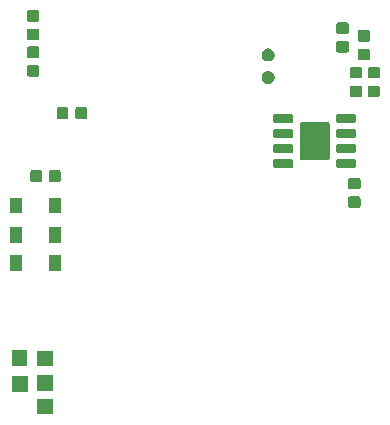
<source format=gbr>
G04 #@! TF.GenerationSoftware,KiCad,Pcbnew,5.1.4-1.fc30*
G04 #@! TF.CreationDate,2020-10-18T16:33:26+02:00*
G04 #@! TF.ProjectId,venom,76656e6f-6d2e-46b6-9963-61645f706362,rev?*
G04 #@! TF.SameCoordinates,Original*
G04 #@! TF.FileFunction,Soldermask,Bot*
G04 #@! TF.FilePolarity,Negative*
%FSLAX46Y46*%
G04 Gerber Fmt 4.6, Leading zero omitted, Abs format (unit mm)*
G04 Created by KiCad (PCBNEW 5.1.4-1.fc30) date 2020-10-18 16:33:26*
%MOMM*%
%LPD*%
G04 APERTURE LIST*
%ADD10C,0.100000*%
G04 APERTURE END LIST*
D10*
G36*
X149651000Y-138251000D02*
G01*
X148349000Y-138251000D01*
X148349000Y-136949000D01*
X149651000Y-136949000D01*
X149651000Y-138251000D01*
X149651000Y-138251000D01*
G37*
G36*
X147551000Y-136351000D02*
G01*
X146249000Y-136351000D01*
X146249000Y-135049000D01*
X147551000Y-135049000D01*
X147551000Y-136351000D01*
X147551000Y-136351000D01*
G37*
G36*
X149651000Y-136251000D02*
G01*
X148349000Y-136251000D01*
X148349000Y-134949000D01*
X149651000Y-134949000D01*
X149651000Y-136251000D01*
X149651000Y-136251000D01*
G37*
G36*
X149651000Y-134201000D02*
G01*
X148349000Y-134201000D01*
X148349000Y-132899000D01*
X149651000Y-132899000D01*
X149651000Y-134201000D01*
X149651000Y-134201000D01*
G37*
G36*
X147501000Y-134151000D02*
G01*
X146199000Y-134151000D01*
X146199000Y-132849000D01*
X147501000Y-132849000D01*
X147501000Y-134151000D01*
X147501000Y-134151000D01*
G37*
G36*
X150341000Y-126101000D02*
G01*
X149339000Y-126101000D01*
X149339000Y-124799000D01*
X150341000Y-124799000D01*
X150341000Y-126101000D01*
X150341000Y-126101000D01*
G37*
G36*
X147041000Y-126101000D02*
G01*
X146039000Y-126101000D01*
X146039000Y-124799000D01*
X147041000Y-124799000D01*
X147041000Y-126101000D01*
X147041000Y-126101000D01*
G37*
G36*
X147041000Y-123721000D02*
G01*
X146039000Y-123721000D01*
X146039000Y-122419000D01*
X147041000Y-122419000D01*
X147041000Y-123721000D01*
X147041000Y-123721000D01*
G37*
G36*
X150341000Y-123721000D02*
G01*
X149339000Y-123721000D01*
X149339000Y-122419000D01*
X150341000Y-122419000D01*
X150341000Y-123721000D01*
X150341000Y-123721000D01*
G37*
G36*
X147051000Y-121211000D02*
G01*
X146049000Y-121211000D01*
X146049000Y-119909000D01*
X147051000Y-119909000D01*
X147051000Y-121211000D01*
X147051000Y-121211000D01*
G37*
G36*
X150351000Y-121211000D02*
G01*
X149349000Y-121211000D01*
X149349000Y-119909000D01*
X150351000Y-119909000D01*
X150351000Y-121211000D01*
X150351000Y-121211000D01*
G37*
G36*
X175579591Y-119803085D02*
G01*
X175613569Y-119813393D01*
X175644890Y-119830134D01*
X175672339Y-119852661D01*
X175694866Y-119880110D01*
X175711607Y-119911431D01*
X175721915Y-119945409D01*
X175726000Y-119986890D01*
X175726000Y-120588110D01*
X175721915Y-120629591D01*
X175711607Y-120663569D01*
X175694866Y-120694890D01*
X175672339Y-120722339D01*
X175644890Y-120744866D01*
X175613569Y-120761607D01*
X175579591Y-120771915D01*
X175538110Y-120776000D01*
X174861890Y-120776000D01*
X174820409Y-120771915D01*
X174786431Y-120761607D01*
X174755110Y-120744866D01*
X174727661Y-120722339D01*
X174705134Y-120694890D01*
X174688393Y-120663569D01*
X174678085Y-120629591D01*
X174674000Y-120588110D01*
X174674000Y-119986890D01*
X174678085Y-119945409D01*
X174688393Y-119911431D01*
X174705134Y-119880110D01*
X174727661Y-119852661D01*
X174755110Y-119830134D01*
X174786431Y-119813393D01*
X174820409Y-119803085D01*
X174861890Y-119799000D01*
X175538110Y-119799000D01*
X175579591Y-119803085D01*
X175579591Y-119803085D01*
G37*
G36*
X175579591Y-118228085D02*
G01*
X175613569Y-118238393D01*
X175644890Y-118255134D01*
X175672339Y-118277661D01*
X175694866Y-118305110D01*
X175711607Y-118336431D01*
X175721915Y-118370409D01*
X175726000Y-118411890D01*
X175726000Y-119013110D01*
X175721915Y-119054591D01*
X175711607Y-119088569D01*
X175694866Y-119119890D01*
X175672339Y-119147339D01*
X175644890Y-119169866D01*
X175613569Y-119186607D01*
X175579591Y-119196915D01*
X175538110Y-119201000D01*
X174861890Y-119201000D01*
X174820409Y-119196915D01*
X174786431Y-119186607D01*
X174755110Y-119169866D01*
X174727661Y-119147339D01*
X174705134Y-119119890D01*
X174688393Y-119088569D01*
X174678085Y-119054591D01*
X174674000Y-119013110D01*
X174674000Y-118411890D01*
X174678085Y-118370409D01*
X174688393Y-118336431D01*
X174705134Y-118305110D01*
X174727661Y-118277661D01*
X174755110Y-118255134D01*
X174786431Y-118238393D01*
X174820409Y-118228085D01*
X174861890Y-118224000D01*
X175538110Y-118224000D01*
X175579591Y-118228085D01*
X175579591Y-118228085D01*
G37*
G36*
X148604591Y-117558085D02*
G01*
X148638569Y-117568393D01*
X148669890Y-117585134D01*
X148697339Y-117607661D01*
X148719866Y-117635110D01*
X148736607Y-117666431D01*
X148746915Y-117700409D01*
X148751000Y-117741890D01*
X148751000Y-118418110D01*
X148746915Y-118459591D01*
X148736607Y-118493569D01*
X148719866Y-118524890D01*
X148697339Y-118552339D01*
X148669890Y-118574866D01*
X148638569Y-118591607D01*
X148604591Y-118601915D01*
X148563110Y-118606000D01*
X147961890Y-118606000D01*
X147920409Y-118601915D01*
X147886431Y-118591607D01*
X147855110Y-118574866D01*
X147827661Y-118552339D01*
X147805134Y-118524890D01*
X147788393Y-118493569D01*
X147778085Y-118459591D01*
X147774000Y-118418110D01*
X147774000Y-117741890D01*
X147778085Y-117700409D01*
X147788393Y-117666431D01*
X147805134Y-117635110D01*
X147827661Y-117607661D01*
X147855110Y-117585134D01*
X147886431Y-117568393D01*
X147920409Y-117558085D01*
X147961890Y-117554000D01*
X148563110Y-117554000D01*
X148604591Y-117558085D01*
X148604591Y-117558085D01*
G37*
G36*
X150179591Y-117558085D02*
G01*
X150213569Y-117568393D01*
X150244890Y-117585134D01*
X150272339Y-117607661D01*
X150294866Y-117635110D01*
X150311607Y-117666431D01*
X150321915Y-117700409D01*
X150326000Y-117741890D01*
X150326000Y-118418110D01*
X150321915Y-118459591D01*
X150311607Y-118493569D01*
X150294866Y-118524890D01*
X150272339Y-118552339D01*
X150244890Y-118574866D01*
X150213569Y-118591607D01*
X150179591Y-118601915D01*
X150138110Y-118606000D01*
X149536890Y-118606000D01*
X149495409Y-118601915D01*
X149461431Y-118591607D01*
X149430110Y-118574866D01*
X149402661Y-118552339D01*
X149380134Y-118524890D01*
X149363393Y-118493569D01*
X149353085Y-118459591D01*
X149349000Y-118418110D01*
X149349000Y-117741890D01*
X149353085Y-117700409D01*
X149363393Y-117666431D01*
X149380134Y-117635110D01*
X149402661Y-117607661D01*
X149430110Y-117585134D01*
X149461431Y-117568393D01*
X149495409Y-117558085D01*
X149536890Y-117554000D01*
X150138110Y-117554000D01*
X150179591Y-117558085D01*
X150179591Y-117558085D01*
G37*
G36*
X169959928Y-116676764D02*
G01*
X169981009Y-116683160D01*
X170000445Y-116693548D01*
X170017476Y-116707524D01*
X170031452Y-116724555D01*
X170041840Y-116743991D01*
X170048236Y-116765072D01*
X170051000Y-116793140D01*
X170051000Y-117256860D01*
X170048236Y-117284928D01*
X170041840Y-117306009D01*
X170031452Y-117325445D01*
X170017476Y-117342476D01*
X170000445Y-117356452D01*
X169981009Y-117366840D01*
X169959928Y-117373236D01*
X169931860Y-117376000D01*
X168468140Y-117376000D01*
X168440072Y-117373236D01*
X168418991Y-117366840D01*
X168399555Y-117356452D01*
X168382524Y-117342476D01*
X168368548Y-117325445D01*
X168358160Y-117306009D01*
X168351764Y-117284928D01*
X168349000Y-117256860D01*
X168349000Y-116793140D01*
X168351764Y-116765072D01*
X168358160Y-116743991D01*
X168368548Y-116724555D01*
X168382524Y-116707524D01*
X168399555Y-116693548D01*
X168418991Y-116683160D01*
X168440072Y-116676764D01*
X168468140Y-116674000D01*
X169931860Y-116674000D01*
X169959928Y-116676764D01*
X169959928Y-116676764D01*
G37*
G36*
X175259928Y-116676764D02*
G01*
X175281009Y-116683160D01*
X175300445Y-116693548D01*
X175317476Y-116707524D01*
X175331452Y-116724555D01*
X175341840Y-116743991D01*
X175348236Y-116765072D01*
X175351000Y-116793140D01*
X175351000Y-117256860D01*
X175348236Y-117284928D01*
X175341840Y-117306009D01*
X175331452Y-117325445D01*
X175317476Y-117342476D01*
X175300445Y-117356452D01*
X175281009Y-117366840D01*
X175259928Y-117373236D01*
X175231860Y-117376000D01*
X173768140Y-117376000D01*
X173740072Y-117373236D01*
X173718991Y-117366840D01*
X173699555Y-117356452D01*
X173682524Y-117342476D01*
X173668548Y-117325445D01*
X173658160Y-117306009D01*
X173651764Y-117284928D01*
X173649000Y-117256860D01*
X173649000Y-116793140D01*
X173651764Y-116765072D01*
X173658160Y-116743991D01*
X173668548Y-116724555D01*
X173682524Y-116707524D01*
X173699555Y-116693548D01*
X173718991Y-116683160D01*
X173740072Y-116676764D01*
X173768140Y-116674000D01*
X175231860Y-116674000D01*
X175259928Y-116676764D01*
X175259928Y-116676764D01*
G37*
G36*
X172975877Y-113522696D02*
G01*
X173006062Y-113531853D01*
X173033883Y-113546723D01*
X173058266Y-113566734D01*
X173078277Y-113591117D01*
X173093147Y-113618938D01*
X173102304Y-113649123D01*
X173106000Y-113686652D01*
X173106000Y-116553348D01*
X173102304Y-116590877D01*
X173093147Y-116621062D01*
X173078277Y-116648883D01*
X173058266Y-116673266D01*
X173033883Y-116693277D01*
X173006062Y-116708147D01*
X172975877Y-116717304D01*
X172938348Y-116721000D01*
X170761652Y-116721000D01*
X170724123Y-116717304D01*
X170693938Y-116708147D01*
X170666117Y-116693277D01*
X170641734Y-116673266D01*
X170621723Y-116648883D01*
X170606853Y-116621062D01*
X170597696Y-116590877D01*
X170594000Y-116553348D01*
X170594000Y-113686652D01*
X170597696Y-113649123D01*
X170606853Y-113618938D01*
X170621723Y-113591117D01*
X170641734Y-113566734D01*
X170666117Y-113546723D01*
X170693938Y-113531853D01*
X170724123Y-113522696D01*
X170761652Y-113519000D01*
X172938348Y-113519000D01*
X172975877Y-113522696D01*
X172975877Y-113522696D01*
G37*
G36*
X175259928Y-115406764D02*
G01*
X175281009Y-115413160D01*
X175300445Y-115423548D01*
X175317476Y-115437524D01*
X175331452Y-115454555D01*
X175341840Y-115473991D01*
X175348236Y-115495072D01*
X175351000Y-115523140D01*
X175351000Y-115986860D01*
X175348236Y-116014928D01*
X175341840Y-116036009D01*
X175331452Y-116055445D01*
X175317476Y-116072476D01*
X175300445Y-116086452D01*
X175281009Y-116096840D01*
X175259928Y-116103236D01*
X175231860Y-116106000D01*
X173768140Y-116106000D01*
X173740072Y-116103236D01*
X173718991Y-116096840D01*
X173699555Y-116086452D01*
X173682524Y-116072476D01*
X173668548Y-116055445D01*
X173658160Y-116036009D01*
X173651764Y-116014928D01*
X173649000Y-115986860D01*
X173649000Y-115523140D01*
X173651764Y-115495072D01*
X173658160Y-115473991D01*
X173668548Y-115454555D01*
X173682524Y-115437524D01*
X173699555Y-115423548D01*
X173718991Y-115413160D01*
X173740072Y-115406764D01*
X173768140Y-115404000D01*
X175231860Y-115404000D01*
X175259928Y-115406764D01*
X175259928Y-115406764D01*
G37*
G36*
X169959928Y-115406764D02*
G01*
X169981009Y-115413160D01*
X170000445Y-115423548D01*
X170017476Y-115437524D01*
X170031452Y-115454555D01*
X170041840Y-115473991D01*
X170048236Y-115495072D01*
X170051000Y-115523140D01*
X170051000Y-115986860D01*
X170048236Y-116014928D01*
X170041840Y-116036009D01*
X170031452Y-116055445D01*
X170017476Y-116072476D01*
X170000445Y-116086452D01*
X169981009Y-116096840D01*
X169959928Y-116103236D01*
X169931860Y-116106000D01*
X168468140Y-116106000D01*
X168440072Y-116103236D01*
X168418991Y-116096840D01*
X168399555Y-116086452D01*
X168382524Y-116072476D01*
X168368548Y-116055445D01*
X168358160Y-116036009D01*
X168351764Y-116014928D01*
X168349000Y-115986860D01*
X168349000Y-115523140D01*
X168351764Y-115495072D01*
X168358160Y-115473991D01*
X168368548Y-115454555D01*
X168382524Y-115437524D01*
X168399555Y-115423548D01*
X168418991Y-115413160D01*
X168440072Y-115406764D01*
X168468140Y-115404000D01*
X169931860Y-115404000D01*
X169959928Y-115406764D01*
X169959928Y-115406764D01*
G37*
G36*
X169959928Y-114136764D02*
G01*
X169981009Y-114143160D01*
X170000445Y-114153548D01*
X170017476Y-114167524D01*
X170031452Y-114184555D01*
X170041840Y-114203991D01*
X170048236Y-114225072D01*
X170051000Y-114253140D01*
X170051000Y-114716860D01*
X170048236Y-114744928D01*
X170041840Y-114766009D01*
X170031452Y-114785445D01*
X170017476Y-114802476D01*
X170000445Y-114816452D01*
X169981009Y-114826840D01*
X169959928Y-114833236D01*
X169931860Y-114836000D01*
X168468140Y-114836000D01*
X168440072Y-114833236D01*
X168418991Y-114826840D01*
X168399555Y-114816452D01*
X168382524Y-114802476D01*
X168368548Y-114785445D01*
X168358160Y-114766009D01*
X168351764Y-114744928D01*
X168349000Y-114716860D01*
X168349000Y-114253140D01*
X168351764Y-114225072D01*
X168358160Y-114203991D01*
X168368548Y-114184555D01*
X168382524Y-114167524D01*
X168399555Y-114153548D01*
X168418991Y-114143160D01*
X168440072Y-114136764D01*
X168468140Y-114134000D01*
X169931860Y-114134000D01*
X169959928Y-114136764D01*
X169959928Y-114136764D01*
G37*
G36*
X175259928Y-114136764D02*
G01*
X175281009Y-114143160D01*
X175300445Y-114153548D01*
X175317476Y-114167524D01*
X175331452Y-114184555D01*
X175341840Y-114203991D01*
X175348236Y-114225072D01*
X175351000Y-114253140D01*
X175351000Y-114716860D01*
X175348236Y-114744928D01*
X175341840Y-114766009D01*
X175331452Y-114785445D01*
X175317476Y-114802476D01*
X175300445Y-114816452D01*
X175281009Y-114826840D01*
X175259928Y-114833236D01*
X175231860Y-114836000D01*
X173768140Y-114836000D01*
X173740072Y-114833236D01*
X173718991Y-114826840D01*
X173699555Y-114816452D01*
X173682524Y-114802476D01*
X173668548Y-114785445D01*
X173658160Y-114766009D01*
X173651764Y-114744928D01*
X173649000Y-114716860D01*
X173649000Y-114253140D01*
X173651764Y-114225072D01*
X173658160Y-114203991D01*
X173668548Y-114184555D01*
X173682524Y-114167524D01*
X173699555Y-114153548D01*
X173718991Y-114143160D01*
X173740072Y-114136764D01*
X173768140Y-114134000D01*
X175231860Y-114134000D01*
X175259928Y-114136764D01*
X175259928Y-114136764D01*
G37*
G36*
X169959928Y-112866764D02*
G01*
X169981009Y-112873160D01*
X170000445Y-112883548D01*
X170017476Y-112897524D01*
X170031452Y-112914555D01*
X170041840Y-112933991D01*
X170048236Y-112955072D01*
X170051000Y-112983140D01*
X170051000Y-113446860D01*
X170048236Y-113474928D01*
X170041840Y-113496009D01*
X170031452Y-113515445D01*
X170017476Y-113532476D01*
X170000445Y-113546452D01*
X169981009Y-113556840D01*
X169959928Y-113563236D01*
X169931860Y-113566000D01*
X168468140Y-113566000D01*
X168440072Y-113563236D01*
X168418991Y-113556840D01*
X168399555Y-113546452D01*
X168382524Y-113532476D01*
X168368548Y-113515445D01*
X168358160Y-113496009D01*
X168351764Y-113474928D01*
X168349000Y-113446860D01*
X168349000Y-112983140D01*
X168351764Y-112955072D01*
X168358160Y-112933991D01*
X168368548Y-112914555D01*
X168382524Y-112897524D01*
X168399555Y-112883548D01*
X168418991Y-112873160D01*
X168440072Y-112866764D01*
X168468140Y-112864000D01*
X169931860Y-112864000D01*
X169959928Y-112866764D01*
X169959928Y-112866764D01*
G37*
G36*
X175259928Y-112866764D02*
G01*
X175281009Y-112873160D01*
X175300445Y-112883548D01*
X175317476Y-112897524D01*
X175331452Y-112914555D01*
X175341840Y-112933991D01*
X175348236Y-112955072D01*
X175351000Y-112983140D01*
X175351000Y-113446860D01*
X175348236Y-113474928D01*
X175341840Y-113496009D01*
X175331452Y-113515445D01*
X175317476Y-113532476D01*
X175300445Y-113546452D01*
X175281009Y-113556840D01*
X175259928Y-113563236D01*
X175231860Y-113566000D01*
X173768140Y-113566000D01*
X173740072Y-113563236D01*
X173718991Y-113556840D01*
X173699555Y-113546452D01*
X173682524Y-113532476D01*
X173668548Y-113515445D01*
X173658160Y-113496009D01*
X173651764Y-113474928D01*
X173649000Y-113446860D01*
X173649000Y-112983140D01*
X173651764Y-112955072D01*
X173658160Y-112933991D01*
X173668548Y-112914555D01*
X173682524Y-112897524D01*
X173699555Y-112883548D01*
X173718991Y-112873160D01*
X173740072Y-112866764D01*
X173768140Y-112864000D01*
X175231860Y-112864000D01*
X175259928Y-112866764D01*
X175259928Y-112866764D01*
G37*
G36*
X152419591Y-112238085D02*
G01*
X152453569Y-112248393D01*
X152484890Y-112265134D01*
X152512339Y-112287661D01*
X152534866Y-112315110D01*
X152551607Y-112346431D01*
X152561915Y-112380409D01*
X152566000Y-112421890D01*
X152566000Y-113098110D01*
X152561915Y-113139591D01*
X152551607Y-113173569D01*
X152534866Y-113204890D01*
X152512339Y-113232339D01*
X152484890Y-113254866D01*
X152453569Y-113271607D01*
X152419591Y-113281915D01*
X152378110Y-113286000D01*
X151776890Y-113286000D01*
X151735409Y-113281915D01*
X151701431Y-113271607D01*
X151670110Y-113254866D01*
X151642661Y-113232339D01*
X151620134Y-113204890D01*
X151603393Y-113173569D01*
X151593085Y-113139591D01*
X151589000Y-113098110D01*
X151589000Y-112421890D01*
X151593085Y-112380409D01*
X151603393Y-112346431D01*
X151620134Y-112315110D01*
X151642661Y-112287661D01*
X151670110Y-112265134D01*
X151701431Y-112248393D01*
X151735409Y-112238085D01*
X151776890Y-112234000D01*
X152378110Y-112234000D01*
X152419591Y-112238085D01*
X152419591Y-112238085D01*
G37*
G36*
X150844591Y-112238085D02*
G01*
X150878569Y-112248393D01*
X150909890Y-112265134D01*
X150937339Y-112287661D01*
X150959866Y-112315110D01*
X150976607Y-112346431D01*
X150986915Y-112380409D01*
X150991000Y-112421890D01*
X150991000Y-113098110D01*
X150986915Y-113139591D01*
X150976607Y-113173569D01*
X150959866Y-113204890D01*
X150937339Y-113232339D01*
X150909890Y-113254866D01*
X150878569Y-113271607D01*
X150844591Y-113281915D01*
X150803110Y-113286000D01*
X150201890Y-113286000D01*
X150160409Y-113281915D01*
X150126431Y-113271607D01*
X150095110Y-113254866D01*
X150067661Y-113232339D01*
X150045134Y-113204890D01*
X150028393Y-113173569D01*
X150018085Y-113139591D01*
X150014000Y-113098110D01*
X150014000Y-112421890D01*
X150018085Y-112380409D01*
X150028393Y-112346431D01*
X150045134Y-112315110D01*
X150067661Y-112287661D01*
X150095110Y-112265134D01*
X150126431Y-112248393D01*
X150160409Y-112238085D01*
X150201890Y-112234000D01*
X150803110Y-112234000D01*
X150844591Y-112238085D01*
X150844591Y-112238085D01*
G37*
G36*
X177239591Y-110423085D02*
G01*
X177273569Y-110433393D01*
X177304890Y-110450134D01*
X177332339Y-110472661D01*
X177354866Y-110500110D01*
X177371607Y-110531431D01*
X177381915Y-110565409D01*
X177386000Y-110606890D01*
X177386000Y-111208110D01*
X177381915Y-111249591D01*
X177371607Y-111283569D01*
X177354866Y-111314890D01*
X177332339Y-111342339D01*
X177304890Y-111364866D01*
X177273569Y-111381607D01*
X177239591Y-111391915D01*
X177198110Y-111396000D01*
X176521890Y-111396000D01*
X176480409Y-111391915D01*
X176446431Y-111381607D01*
X176415110Y-111364866D01*
X176387661Y-111342339D01*
X176365134Y-111314890D01*
X176348393Y-111283569D01*
X176338085Y-111249591D01*
X176334000Y-111208110D01*
X176334000Y-110606890D01*
X176338085Y-110565409D01*
X176348393Y-110531431D01*
X176365134Y-110500110D01*
X176387661Y-110472661D01*
X176415110Y-110450134D01*
X176446431Y-110433393D01*
X176480409Y-110423085D01*
X176521890Y-110419000D01*
X177198110Y-110419000D01*
X177239591Y-110423085D01*
X177239591Y-110423085D01*
G37*
G36*
X175719591Y-110423085D02*
G01*
X175753569Y-110433393D01*
X175784890Y-110450134D01*
X175812339Y-110472661D01*
X175834866Y-110500110D01*
X175851607Y-110531431D01*
X175861915Y-110565409D01*
X175866000Y-110606890D01*
X175866000Y-111208110D01*
X175861915Y-111249591D01*
X175851607Y-111283569D01*
X175834866Y-111314890D01*
X175812339Y-111342339D01*
X175784890Y-111364866D01*
X175753569Y-111381607D01*
X175719591Y-111391915D01*
X175678110Y-111396000D01*
X175001890Y-111396000D01*
X174960409Y-111391915D01*
X174926431Y-111381607D01*
X174895110Y-111364866D01*
X174867661Y-111342339D01*
X174845134Y-111314890D01*
X174828393Y-111283569D01*
X174818085Y-111249591D01*
X174814000Y-111208110D01*
X174814000Y-110606890D01*
X174818085Y-110565409D01*
X174828393Y-110531431D01*
X174845134Y-110500110D01*
X174867661Y-110472661D01*
X174895110Y-110450134D01*
X174926431Y-110433393D01*
X174960409Y-110423085D01*
X175001890Y-110419000D01*
X175678110Y-110419000D01*
X175719591Y-110423085D01*
X175719591Y-110423085D01*
G37*
G36*
X168054721Y-109198174D02*
G01*
X168154995Y-109239709D01*
X168154996Y-109239710D01*
X168245242Y-109300010D01*
X168321990Y-109376758D01*
X168321991Y-109376760D01*
X168382291Y-109467005D01*
X168423826Y-109567279D01*
X168445000Y-109673730D01*
X168445000Y-109782270D01*
X168423826Y-109888721D01*
X168382291Y-109988995D01*
X168382290Y-109988996D01*
X168321990Y-110079242D01*
X168245242Y-110155990D01*
X168199812Y-110186345D01*
X168154995Y-110216291D01*
X168054721Y-110257826D01*
X167948270Y-110279000D01*
X167839730Y-110279000D01*
X167733279Y-110257826D01*
X167633005Y-110216291D01*
X167588188Y-110186345D01*
X167542758Y-110155990D01*
X167466010Y-110079242D01*
X167405710Y-109988996D01*
X167405709Y-109988995D01*
X167364174Y-109888721D01*
X167343000Y-109782270D01*
X167343000Y-109673730D01*
X167364174Y-109567279D01*
X167405709Y-109467005D01*
X167466009Y-109376760D01*
X167466010Y-109376758D01*
X167542758Y-109300010D01*
X167633004Y-109239710D01*
X167633005Y-109239709D01*
X167733279Y-109198174D01*
X167839730Y-109177000D01*
X167948270Y-109177000D01*
X168054721Y-109198174D01*
X168054721Y-109198174D01*
G37*
G36*
X177239591Y-108848085D02*
G01*
X177273569Y-108858393D01*
X177304890Y-108875134D01*
X177332339Y-108897661D01*
X177354866Y-108925110D01*
X177371607Y-108956431D01*
X177381915Y-108990409D01*
X177386000Y-109031890D01*
X177386000Y-109633110D01*
X177381915Y-109674591D01*
X177371607Y-109708569D01*
X177354866Y-109739890D01*
X177332339Y-109767339D01*
X177304890Y-109789866D01*
X177273569Y-109806607D01*
X177239591Y-109816915D01*
X177198110Y-109821000D01*
X176521890Y-109821000D01*
X176480409Y-109816915D01*
X176446431Y-109806607D01*
X176415110Y-109789866D01*
X176387661Y-109767339D01*
X176365134Y-109739890D01*
X176348393Y-109708569D01*
X176338085Y-109674591D01*
X176334000Y-109633110D01*
X176334000Y-109031890D01*
X176338085Y-108990409D01*
X176348393Y-108956431D01*
X176365134Y-108925110D01*
X176387661Y-108897661D01*
X176415110Y-108875134D01*
X176446431Y-108858393D01*
X176480409Y-108848085D01*
X176521890Y-108844000D01*
X177198110Y-108844000D01*
X177239591Y-108848085D01*
X177239591Y-108848085D01*
G37*
G36*
X175719591Y-108848085D02*
G01*
X175753569Y-108858393D01*
X175784890Y-108875134D01*
X175812339Y-108897661D01*
X175834866Y-108925110D01*
X175851607Y-108956431D01*
X175861915Y-108990409D01*
X175866000Y-109031890D01*
X175866000Y-109633110D01*
X175861915Y-109674591D01*
X175851607Y-109708569D01*
X175834866Y-109739890D01*
X175812339Y-109767339D01*
X175784890Y-109789866D01*
X175753569Y-109806607D01*
X175719591Y-109816915D01*
X175678110Y-109821000D01*
X175001890Y-109821000D01*
X174960409Y-109816915D01*
X174926431Y-109806607D01*
X174895110Y-109789866D01*
X174867661Y-109767339D01*
X174845134Y-109739890D01*
X174828393Y-109708569D01*
X174818085Y-109674591D01*
X174814000Y-109633110D01*
X174814000Y-109031890D01*
X174818085Y-108990409D01*
X174828393Y-108956431D01*
X174845134Y-108925110D01*
X174867661Y-108897661D01*
X174895110Y-108875134D01*
X174926431Y-108858393D01*
X174960409Y-108848085D01*
X175001890Y-108844000D01*
X175678110Y-108844000D01*
X175719591Y-108848085D01*
X175719591Y-108848085D01*
G37*
G36*
X148379591Y-108683085D02*
G01*
X148413569Y-108693393D01*
X148444890Y-108710134D01*
X148472339Y-108732661D01*
X148494866Y-108760110D01*
X148511607Y-108791431D01*
X148521915Y-108825409D01*
X148526000Y-108866890D01*
X148526000Y-109468110D01*
X148521915Y-109509591D01*
X148511607Y-109543569D01*
X148494866Y-109574890D01*
X148472339Y-109602339D01*
X148444890Y-109624866D01*
X148413569Y-109641607D01*
X148379591Y-109651915D01*
X148338110Y-109656000D01*
X147661890Y-109656000D01*
X147620409Y-109651915D01*
X147586431Y-109641607D01*
X147555110Y-109624866D01*
X147527661Y-109602339D01*
X147505134Y-109574890D01*
X147488393Y-109543569D01*
X147478085Y-109509591D01*
X147474000Y-109468110D01*
X147474000Y-108866890D01*
X147478085Y-108825409D01*
X147488393Y-108791431D01*
X147505134Y-108760110D01*
X147527661Y-108732661D01*
X147555110Y-108710134D01*
X147586431Y-108693393D01*
X147620409Y-108683085D01*
X147661890Y-108679000D01*
X148338110Y-108679000D01*
X148379591Y-108683085D01*
X148379591Y-108683085D01*
G37*
G36*
X168054721Y-107298174D02*
G01*
X168154995Y-107339709D01*
X168167777Y-107348250D01*
X168245242Y-107400010D01*
X168321990Y-107476758D01*
X168321991Y-107476760D01*
X168382291Y-107567005D01*
X168423826Y-107667279D01*
X168445000Y-107773730D01*
X168445000Y-107882270D01*
X168423826Y-107988721D01*
X168382291Y-108088995D01*
X168352345Y-108133812D01*
X168321990Y-108179242D01*
X168245242Y-108255990D01*
X168222318Y-108271307D01*
X168154995Y-108316291D01*
X168054721Y-108357826D01*
X167948270Y-108379000D01*
X167839730Y-108379000D01*
X167733279Y-108357826D01*
X167633005Y-108316291D01*
X167565682Y-108271307D01*
X167542758Y-108255990D01*
X167466010Y-108179242D01*
X167435655Y-108133812D01*
X167405709Y-108088995D01*
X167364174Y-107988721D01*
X167343000Y-107882270D01*
X167343000Y-107773730D01*
X167364174Y-107667279D01*
X167405709Y-107567005D01*
X167466009Y-107476760D01*
X167466010Y-107476758D01*
X167542758Y-107400010D01*
X167620223Y-107348250D01*
X167633005Y-107339709D01*
X167733279Y-107298174D01*
X167839730Y-107277000D01*
X167948270Y-107277000D01*
X168054721Y-107298174D01*
X168054721Y-107298174D01*
G37*
G36*
X176379591Y-107303085D02*
G01*
X176413569Y-107313393D01*
X176444890Y-107330134D01*
X176472339Y-107352661D01*
X176494866Y-107380110D01*
X176511607Y-107411431D01*
X176521915Y-107445409D01*
X176526000Y-107486890D01*
X176526000Y-108088110D01*
X176521915Y-108129591D01*
X176511607Y-108163569D01*
X176494866Y-108194890D01*
X176472339Y-108222339D01*
X176444890Y-108244866D01*
X176413569Y-108261607D01*
X176379591Y-108271915D01*
X176338110Y-108276000D01*
X175661890Y-108276000D01*
X175620409Y-108271915D01*
X175586431Y-108261607D01*
X175555110Y-108244866D01*
X175527661Y-108222339D01*
X175505134Y-108194890D01*
X175488393Y-108163569D01*
X175478085Y-108129591D01*
X175474000Y-108088110D01*
X175474000Y-107486890D01*
X175478085Y-107445409D01*
X175488393Y-107411431D01*
X175505134Y-107380110D01*
X175527661Y-107352661D01*
X175555110Y-107330134D01*
X175586431Y-107313393D01*
X175620409Y-107303085D01*
X175661890Y-107299000D01*
X176338110Y-107299000D01*
X176379591Y-107303085D01*
X176379591Y-107303085D01*
G37*
G36*
X148379591Y-107108085D02*
G01*
X148413569Y-107118393D01*
X148444890Y-107135134D01*
X148472339Y-107157661D01*
X148494866Y-107185110D01*
X148511607Y-107216431D01*
X148521915Y-107250409D01*
X148526000Y-107291890D01*
X148526000Y-107893110D01*
X148521915Y-107934591D01*
X148511607Y-107968569D01*
X148494866Y-107999890D01*
X148472339Y-108027339D01*
X148444890Y-108049866D01*
X148413569Y-108066607D01*
X148379591Y-108076915D01*
X148338110Y-108081000D01*
X147661890Y-108081000D01*
X147620409Y-108076915D01*
X147586431Y-108066607D01*
X147555110Y-108049866D01*
X147527661Y-108027339D01*
X147505134Y-107999890D01*
X147488393Y-107968569D01*
X147478085Y-107934591D01*
X147474000Y-107893110D01*
X147474000Y-107291890D01*
X147478085Y-107250409D01*
X147488393Y-107216431D01*
X147505134Y-107185110D01*
X147527661Y-107157661D01*
X147555110Y-107135134D01*
X147586431Y-107118393D01*
X147620409Y-107108085D01*
X147661890Y-107104000D01*
X148338110Y-107104000D01*
X148379591Y-107108085D01*
X148379591Y-107108085D01*
G37*
G36*
X174579591Y-106653085D02*
G01*
X174613569Y-106663393D01*
X174644890Y-106680134D01*
X174672339Y-106702661D01*
X174694866Y-106730110D01*
X174711607Y-106761431D01*
X174721915Y-106795409D01*
X174726000Y-106836890D01*
X174726000Y-107438110D01*
X174721915Y-107479591D01*
X174711607Y-107513569D01*
X174694866Y-107544890D01*
X174672339Y-107572339D01*
X174644890Y-107594866D01*
X174613569Y-107611607D01*
X174579591Y-107621915D01*
X174538110Y-107626000D01*
X173861890Y-107626000D01*
X173820409Y-107621915D01*
X173786431Y-107611607D01*
X173755110Y-107594866D01*
X173727661Y-107572339D01*
X173705134Y-107544890D01*
X173688393Y-107513569D01*
X173678085Y-107479591D01*
X173674000Y-107438110D01*
X173674000Y-106836890D01*
X173678085Y-106795409D01*
X173688393Y-106761431D01*
X173705134Y-106730110D01*
X173727661Y-106702661D01*
X173755110Y-106680134D01*
X173786431Y-106663393D01*
X173820409Y-106653085D01*
X173861890Y-106649000D01*
X174538110Y-106649000D01*
X174579591Y-106653085D01*
X174579591Y-106653085D01*
G37*
G36*
X176379591Y-105728085D02*
G01*
X176413569Y-105738393D01*
X176444890Y-105755134D01*
X176472339Y-105777661D01*
X176494866Y-105805110D01*
X176511607Y-105836431D01*
X176521915Y-105870409D01*
X176526000Y-105911890D01*
X176526000Y-106513110D01*
X176521915Y-106554591D01*
X176511607Y-106588569D01*
X176494866Y-106619890D01*
X176472339Y-106647339D01*
X176444890Y-106669866D01*
X176413569Y-106686607D01*
X176379591Y-106696915D01*
X176338110Y-106701000D01*
X175661890Y-106701000D01*
X175620409Y-106696915D01*
X175586431Y-106686607D01*
X175555110Y-106669866D01*
X175527661Y-106647339D01*
X175505134Y-106619890D01*
X175488393Y-106588569D01*
X175478085Y-106554591D01*
X175474000Y-106513110D01*
X175474000Y-105911890D01*
X175478085Y-105870409D01*
X175488393Y-105836431D01*
X175505134Y-105805110D01*
X175527661Y-105777661D01*
X175555110Y-105755134D01*
X175586431Y-105738393D01*
X175620409Y-105728085D01*
X175661890Y-105724000D01*
X176338110Y-105724000D01*
X176379591Y-105728085D01*
X176379591Y-105728085D01*
G37*
G36*
X148379591Y-105623085D02*
G01*
X148413569Y-105633393D01*
X148444890Y-105650134D01*
X148472339Y-105672661D01*
X148494866Y-105700110D01*
X148511607Y-105731431D01*
X148521915Y-105765409D01*
X148526000Y-105806890D01*
X148526000Y-106408110D01*
X148521915Y-106449591D01*
X148511607Y-106483569D01*
X148494866Y-106514890D01*
X148472339Y-106542339D01*
X148444890Y-106564866D01*
X148413569Y-106581607D01*
X148379591Y-106591915D01*
X148338110Y-106596000D01*
X147661890Y-106596000D01*
X147620409Y-106591915D01*
X147586431Y-106581607D01*
X147555110Y-106564866D01*
X147527661Y-106542339D01*
X147505134Y-106514890D01*
X147488393Y-106483569D01*
X147478085Y-106449591D01*
X147474000Y-106408110D01*
X147474000Y-105806890D01*
X147478085Y-105765409D01*
X147488393Y-105731431D01*
X147505134Y-105700110D01*
X147527661Y-105672661D01*
X147555110Y-105650134D01*
X147586431Y-105633393D01*
X147620409Y-105623085D01*
X147661890Y-105619000D01*
X148338110Y-105619000D01*
X148379591Y-105623085D01*
X148379591Y-105623085D01*
G37*
G36*
X174579591Y-105078085D02*
G01*
X174613569Y-105088393D01*
X174644890Y-105105134D01*
X174672339Y-105127661D01*
X174694866Y-105155110D01*
X174711607Y-105186431D01*
X174721915Y-105220409D01*
X174726000Y-105261890D01*
X174726000Y-105863110D01*
X174721915Y-105904591D01*
X174711607Y-105938569D01*
X174694866Y-105969890D01*
X174672339Y-105997339D01*
X174644890Y-106019866D01*
X174613569Y-106036607D01*
X174579591Y-106046915D01*
X174538110Y-106051000D01*
X173861890Y-106051000D01*
X173820409Y-106046915D01*
X173786431Y-106036607D01*
X173755110Y-106019866D01*
X173727661Y-105997339D01*
X173705134Y-105969890D01*
X173688393Y-105938569D01*
X173678085Y-105904591D01*
X173674000Y-105863110D01*
X173674000Y-105261890D01*
X173678085Y-105220409D01*
X173688393Y-105186431D01*
X173705134Y-105155110D01*
X173727661Y-105127661D01*
X173755110Y-105105134D01*
X173786431Y-105088393D01*
X173820409Y-105078085D01*
X173861890Y-105074000D01*
X174538110Y-105074000D01*
X174579591Y-105078085D01*
X174579591Y-105078085D01*
G37*
G36*
X148379591Y-104048085D02*
G01*
X148413569Y-104058393D01*
X148444890Y-104075134D01*
X148472339Y-104097661D01*
X148494866Y-104125110D01*
X148511607Y-104156431D01*
X148521915Y-104190409D01*
X148526000Y-104231890D01*
X148526000Y-104833110D01*
X148521915Y-104874591D01*
X148511607Y-104908569D01*
X148494866Y-104939890D01*
X148472339Y-104967339D01*
X148444890Y-104989866D01*
X148413569Y-105006607D01*
X148379591Y-105016915D01*
X148338110Y-105021000D01*
X147661890Y-105021000D01*
X147620409Y-105016915D01*
X147586431Y-105006607D01*
X147555110Y-104989866D01*
X147527661Y-104967339D01*
X147505134Y-104939890D01*
X147488393Y-104908569D01*
X147478085Y-104874591D01*
X147474000Y-104833110D01*
X147474000Y-104231890D01*
X147478085Y-104190409D01*
X147488393Y-104156431D01*
X147505134Y-104125110D01*
X147527661Y-104097661D01*
X147555110Y-104075134D01*
X147586431Y-104058393D01*
X147620409Y-104048085D01*
X147661890Y-104044000D01*
X148338110Y-104044000D01*
X148379591Y-104048085D01*
X148379591Y-104048085D01*
G37*
M02*

</source>
